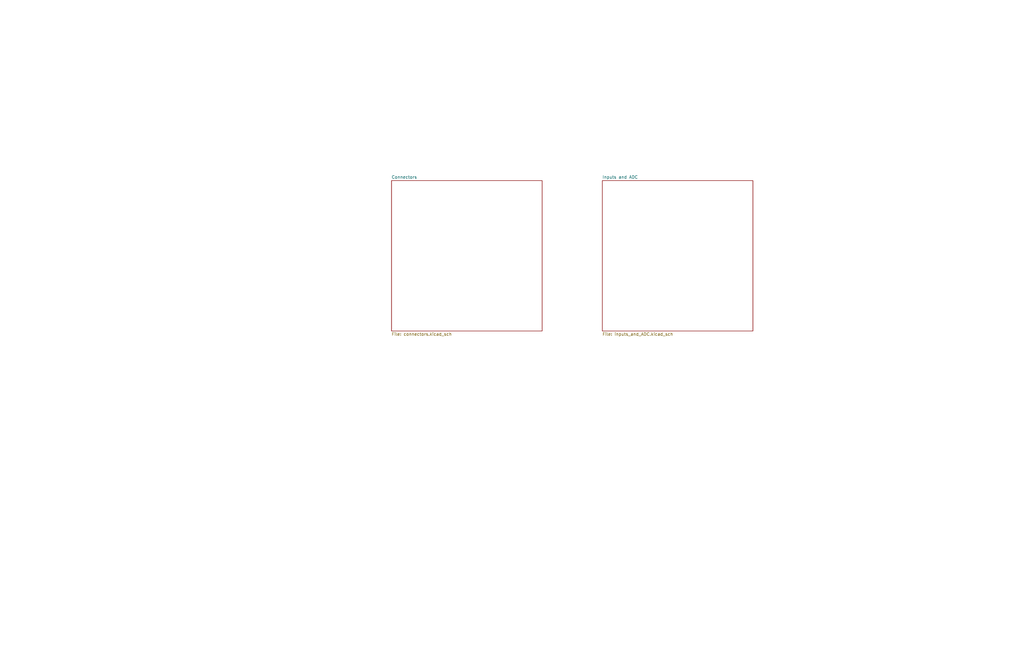
<source format=kicad_sch>
(kicad_sch (version 20230121) (generator eeschema)
  (paper "B")
  (lib_symbols)
  (sheet (at 254 76.2) (size 63.5 63.5) (stroke (width 0.1524))
    (property "Sheetname" "Inputs and ADC" (at 254 75.4884 0) (effects (justify left bottom)))
    (property "Sheetfile" "inputs_and_ADC.kicad_sch" (at 254 140.2846 0) (effects (justify left top)))
  )
  (sheet (at 165.1 76.2) (size 63.5 63.5) (stroke (width 0.1524))
    (property "Sheetname" "Connectors" (at 165.1 75.4884 0) (effects (justify left bottom)))
    (property "Sheetfile" "connectors.kicad_sch" (at 165.1 140.2846 0) (effects (justify left top)))
  )
)
</source>
